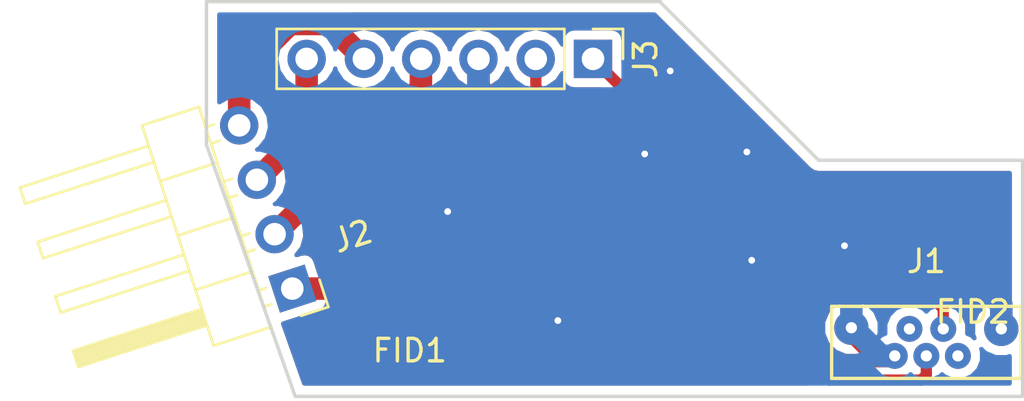
<source format=kicad_pcb>
(kicad_pcb (version 20171130) (host pcbnew 5.0.0-fee4fd1~66~ubuntu16.04.1)

  (general
    (thickness 1.6)
    (drawings 7)
    (tracks 36)
    (zones 0)
    (modules 12)
    (nets 7)
  )

  (page A4)
  (layers
    (0 F.Cu signal)
    (31 B.Cu signal)
    (32 B.Adhes user)
    (33 F.Adhes user)
    (34 B.Paste user)
    (35 F.Paste user)
    (36 B.SilkS user hide)
    (37 F.SilkS user hide)
    (38 B.Mask user hide)
    (39 F.Mask user hide)
    (40 Dwgs.User user hide)
    (41 Cmts.User user hide)
    (42 Eco1.User user hide)
    (43 Eco2.User user hide)
    (44 Edge.Cuts user)
    (45 Margin user hide)
    (46 B.CrtYd user hide)
    (47 F.CrtYd user hide)
    (48 B.Fab user hide)
    (49 F.Fab user hide)
  )

  (setup
    (last_trace_width 1)
    (user_trace_width 0.2)
    (user_trace_width 0.3)
    (user_trace_width 0.4)
    (trace_clearance 0.2)
    (zone_clearance 0.4)
    (zone_45_only no)
    (trace_min 0.2)
    (segment_width 0.2)
    (edge_width 0.15)
    (via_size 0.6)
    (via_drill 0.4)
    (via_min_size 0.4)
    (via_min_drill 0.3)
    (uvia_size 0.3)
    (uvia_drill 0.1)
    (uvias_allowed no)
    (uvia_min_size 0.2)
    (uvia_min_drill 0.1)
    (pcb_text_width 0.3)
    (pcb_text_size 1.5 1.5)
    (mod_edge_width 0.15)
    (mod_text_size 1 1)
    (mod_text_width 0.15)
    (pad_size 0.6 0.6)
    (pad_drill 0.3)
    (pad_to_mask_clearance 0.2)
    (aux_axis_origin 0 0)
    (visible_elements FFFC8001)
    (pcbplotparams
      (layerselection 0x010f0_80000001)
      (usegerberextensions true)
      (usegerberattributes false)
      (usegerberadvancedattributes false)
      (creategerberjobfile false)
      (excludeedgelayer true)
      (linewidth 0.100000)
      (plotframeref false)
      (viasonmask false)
      (mode 1)
      (useauxorigin false)
      (hpglpennumber 1)
      (hpglpenspeed 20)
      (hpglpendiameter 15.000000)
      (psnegative false)
      (psa4output false)
      (plotreference true)
      (plotvalue true)
      (plotinvisibletext false)
      (padsonsilk false)
      (subtractmaskfromsilk false)
      (outputformat 1)
      (mirror false)
      (drillshape 0)
      (scaleselection 1)
      (outputdirectory "Plots"))
  )

  (net 0 "")
  (net 1 "Net-(J1-Pad2)")
  (net 2 "Net-(J1-Pad3)")
  (net 3 GND)
  (net 4 SYS_3.3V)
  (net 5 SCK)
  (net 6 SDA)

  (net_class Default "This is the default net class."
    (clearance 0.2)
    (trace_width 1)
    (via_dia 0.6)
    (via_drill 0.4)
    (uvia_dia 0.3)
    (uvia_drill 0.1)
    (add_net GND)
    (add_net "Net-(J1-Pad2)")
    (add_net "Net-(J1-Pad3)")
    (add_net SCK)
    (add_net SDA)
    (add_net SYS_3.3V)
  )

  (module WiRoc:VIA-0.6mm (layer F.Cu) (tedit 5AEF5363) (tstamp 5B3D4A29)
    (at 125.44044 75.1205)
    (fp_text reference REF** (at 0 1.35) (layer F.SilkS) hide
      (effects (font (size 1 1) (thickness 0.15)))
    )
    (fp_text value VIA-0.6mm (at -0.05 -1.4) (layer F.Fab) hide
      (effects (font (size 1 1) (thickness 0.15)))
    )
    (pad 1 thru_hole circle (at 0 0) (size 0.6 0.6) (drill 0.3) (layers *.Cu)
      (net 3 GND) (zone_connect 2))
  )

  (module WiRoc:VIA-0.6mm (layer F.Cu) (tedit 5AEF5363) (tstamp 5B3D4A25)
    (at 120.55348 70.27926)
    (fp_text reference REF** (at 0 1.35) (layer F.SilkS) hide
      (effects (font (size 1 1) (thickness 0.15)))
    )
    (fp_text value VIA-0.6mm (at -0.05 -1.4) (layer F.Fab) hide
      (effects (font (size 1 1) (thickness 0.15)))
    )
    (pad 1 thru_hole circle (at 0 0) (size 0.6 0.6) (drill 0.3) (layers *.Cu)
      (net 3 GND) (zone_connect 2))
  )

  (module WiRoc:VIA-0.6mm (layer F.Cu) (tedit 5AEF5363) (tstamp 5B3D4A1C)
    (at 134.03834 72.44334)
    (fp_text reference REF** (at 0 1.35) (layer F.SilkS) hide
      (effects (font (size 1 1) (thickness 0.15)))
    )
    (fp_text value VIA-0.6mm (at -0.05 -1.4) (layer F.Fab) hide
      (effects (font (size 1 1) (thickness 0.15)))
    )
    (pad 1 thru_hole circle (at 0 0) (size 0.6 0.6) (drill 0.3) (layers *.Cu)
      (net 3 GND) (zone_connect 2))
  )

  (module WiRoc:VIA-0.6mm (layer F.Cu) (tedit 5AEF5363) (tstamp 5B3D4A18)
    (at 129.29362 67.72148)
    (fp_text reference REF** (at 0 1.35) (layer F.SilkS) hide
      (effects (font (size 1 1) (thickness 0.15)))
    )
    (fp_text value VIA-0.6mm (at -0.05 -1.4) (layer F.Fab) hide
      (effects (font (size 1 1) (thickness 0.15)))
    )
    (pad 1 thru_hole circle (at 0 0) (size 0.6 0.6) (drill 0.3) (layers *.Cu)
      (net 3 GND) (zone_connect 2))
  )

  (module WiRoc:VIA-0.6mm (layer F.Cu) (tedit 5AEF536C) (tstamp 5AEF552E)
    (at 138.15314 71.79818)
    (fp_text reference REF** (at 0 1.35) (layer F.SilkS) hide
      (effects (font (size 1 1) (thickness 0.15)))
    )
    (fp_text value VIA-0.6mm (at -0.05 -1.4) (layer F.Fab) hide
      (effects (font (size 1 1) (thickness 0.15)))
    )
    (pad 1 thru_hole circle (at 0 0) (size 0.6 0.6) (drill 0.3) (layers *.Cu)
      (net 3 GND) (zone_connect 2))
  )

  (module WiRoc:VIA-0.6mm (layer F.Cu) (tedit 5AEF534D) (tstamp 5AEF552A)
    (at 133.82244 67.63258)
    (fp_text reference REF** (at 0 1.35) (layer F.SilkS) hide
      (effects (font (size 1 1) (thickness 0.15)))
    )
    (fp_text value VIA-0.6mm (at -0.05 -1.4) (layer F.Fab) hide
      (effects (font (size 1 1) (thickness 0.15)))
    )
    (pad 1 thru_hole circle (at 0 0) (size 0.6 0.6) (drill 0.3) (layers *.Cu)
      (net 3 GND) (zone_connect 2))
  )

  (module WiRoc:Fiducial (layer F.Cu) (tedit 5AD38C52) (tstamp 5AEF0E30)
    (at 143.84782 72.19696)
    (path /5AEEF890)
    (fp_text reference FID2 (at 0 2.54) (layer F.SilkS)
      (effects (font (size 1 1) (thickness 0.15)))
    )
    (fp_text value FIDUCIAL (at 5.842 0) (layer F.Fab)
      (effects (font (size 1 1) (thickness 0.15)))
    )
    (pad 1 smd circle (at 0 0) (size 1 1) (layers F.Cu F.Mask)
      (solder_mask_margin 0.5) (clearance 0.5))
  )

  (module Pin_Headers:Pin_Header_Angled_1x04_Pitch2.54mm (layer F.Cu) (tedit 59650532) (tstamp 5AEF0E8B)
    (at 113.663 73.7 198)
    (descr "Through hole angled pin header, 1x04, 2.54mm pitch, 6mm pin length, single row")
    (tags "Through hole angled pin header THT 1x04 2.54mm single row")
    (path /5AEF051C)
    (fp_text reference J2 (at -3.257143 1.387391 198) (layer F.SilkS)
      (effects (font (size 1 1) (thickness 0.15)))
    )
    (fp_text value Conn_01x04 (at -6.802178 -0.031532 198) (layer F.Fab)
      (effects (font (size 1 1) (thickness 0.15)))
    )
    (fp_line (start 2.135 -1.27) (end 4.04 -1.27) (layer F.Fab) (width 0.1))
    (fp_line (start 4.04 -1.27) (end 4.04 8.89) (layer F.Fab) (width 0.1))
    (fp_line (start 4.04 8.89) (end 1.5 8.89) (layer F.Fab) (width 0.1))
    (fp_line (start 1.5 8.89) (end 1.5 -0.635) (layer F.Fab) (width 0.1))
    (fp_line (start 1.5 -0.635) (end 2.135 -1.27) (layer F.Fab) (width 0.1))
    (fp_line (start -0.32 -0.32) (end 1.5 -0.32) (layer F.Fab) (width 0.1))
    (fp_line (start -0.32 -0.32) (end -0.32 0.32) (layer F.Fab) (width 0.1))
    (fp_line (start -0.32 0.32) (end 1.5 0.32) (layer F.Fab) (width 0.1))
    (fp_line (start 4.04 -0.32) (end 10.04 -0.32) (layer F.Fab) (width 0.1))
    (fp_line (start 10.04 -0.32) (end 10.04 0.32) (layer F.Fab) (width 0.1))
    (fp_line (start 4.04 0.32) (end 10.04 0.32) (layer F.Fab) (width 0.1))
    (fp_line (start -0.32 2.22) (end 1.5 2.22) (layer F.Fab) (width 0.1))
    (fp_line (start -0.32 2.22) (end -0.32 2.86) (layer F.Fab) (width 0.1))
    (fp_line (start -0.32 2.86) (end 1.5 2.86) (layer F.Fab) (width 0.1))
    (fp_line (start 4.04 2.22) (end 10.04 2.22) (layer F.Fab) (width 0.1))
    (fp_line (start 10.04 2.22) (end 10.04 2.86) (layer F.Fab) (width 0.1))
    (fp_line (start 4.04 2.86) (end 10.04 2.86) (layer F.Fab) (width 0.1))
    (fp_line (start -0.32 4.76) (end 1.5 4.76) (layer F.Fab) (width 0.1))
    (fp_line (start -0.32 4.76) (end -0.32 5.4) (layer F.Fab) (width 0.1))
    (fp_line (start -0.32 5.4) (end 1.5 5.4) (layer F.Fab) (width 0.1))
    (fp_line (start 4.04 4.76) (end 10.04 4.76) (layer F.Fab) (width 0.1))
    (fp_line (start 10.04 4.76) (end 10.04 5.4) (layer F.Fab) (width 0.1))
    (fp_line (start 4.04 5.4) (end 10.04 5.4) (layer F.Fab) (width 0.1))
    (fp_line (start -0.32 7.3) (end 1.5 7.3) (layer F.Fab) (width 0.1))
    (fp_line (start -0.32 7.3) (end -0.32 7.94) (layer F.Fab) (width 0.1))
    (fp_line (start -0.32 7.94) (end 1.5 7.94) (layer F.Fab) (width 0.1))
    (fp_line (start 4.04 7.3) (end 10.04 7.3) (layer F.Fab) (width 0.1))
    (fp_line (start 10.04 7.3) (end 10.04 7.94) (layer F.Fab) (width 0.1))
    (fp_line (start 4.04 7.94) (end 10.04 7.94) (layer F.Fab) (width 0.1))
    (fp_line (start 1.44 -1.33) (end 1.44 8.95) (layer F.SilkS) (width 0.12))
    (fp_line (start 1.44 8.95) (end 4.1 8.95) (layer F.SilkS) (width 0.12))
    (fp_line (start 4.1 8.95) (end 4.1 -1.33) (layer F.SilkS) (width 0.12))
    (fp_line (start 4.1 -1.33) (end 1.44 -1.33) (layer F.SilkS) (width 0.12))
    (fp_line (start 4.1 -0.38) (end 10.1 -0.38) (layer F.SilkS) (width 0.12))
    (fp_line (start 10.1 -0.38) (end 10.1 0.38) (layer F.SilkS) (width 0.12))
    (fp_line (start 10.1 0.38) (end 4.1 0.38) (layer F.SilkS) (width 0.12))
    (fp_line (start 4.1 -0.32) (end 10.1 -0.32) (layer F.SilkS) (width 0.12))
    (fp_line (start 4.1 -0.2) (end 10.1 -0.2) (layer F.SilkS) (width 0.12))
    (fp_line (start 4.1 -0.08) (end 10.1 -0.08) (layer F.SilkS) (width 0.12))
    (fp_line (start 4.1 0.04) (end 10.1 0.04) (layer F.SilkS) (width 0.12))
    (fp_line (start 4.1 0.16) (end 10.1 0.16) (layer F.SilkS) (width 0.12))
    (fp_line (start 4.1 0.28) (end 10.1 0.28) (layer F.SilkS) (width 0.12))
    (fp_line (start 1.11 -0.38) (end 1.44 -0.38) (layer F.SilkS) (width 0.12))
    (fp_line (start 1.11 0.38) (end 1.44 0.38) (layer F.SilkS) (width 0.12))
    (fp_line (start 1.44 1.27) (end 4.1 1.27) (layer F.SilkS) (width 0.12))
    (fp_line (start 4.1 2.16) (end 10.1 2.16) (layer F.SilkS) (width 0.12))
    (fp_line (start 10.1 2.16) (end 10.1 2.92) (layer F.SilkS) (width 0.12))
    (fp_line (start 10.1 2.92) (end 4.1 2.92) (layer F.SilkS) (width 0.12))
    (fp_line (start 1.042929 2.16) (end 1.44 2.16) (layer F.SilkS) (width 0.12))
    (fp_line (start 1.042929 2.92) (end 1.44 2.92) (layer F.SilkS) (width 0.12))
    (fp_line (start 1.44 3.81) (end 4.1 3.81) (layer F.SilkS) (width 0.12))
    (fp_line (start 4.1 4.7) (end 10.1 4.7) (layer F.SilkS) (width 0.12))
    (fp_line (start 10.1 4.7) (end 10.1 5.46) (layer F.SilkS) (width 0.12))
    (fp_line (start 10.1 5.46) (end 4.1 5.46) (layer F.SilkS) (width 0.12))
    (fp_line (start 1.042929 4.7) (end 1.44 4.7) (layer F.SilkS) (width 0.12))
    (fp_line (start 1.042929 5.46) (end 1.44 5.46) (layer F.SilkS) (width 0.12))
    (fp_line (start 1.44 6.35) (end 4.1 6.35) (layer F.SilkS) (width 0.12))
    (fp_line (start 4.1 7.24) (end 10.1 7.24) (layer F.SilkS) (width 0.12))
    (fp_line (start 10.1 7.24) (end 10.1 8) (layer F.SilkS) (width 0.12))
    (fp_line (start 10.1 8) (end 4.1 8) (layer F.SilkS) (width 0.12))
    (fp_line (start 1.042929 7.24) (end 1.44 7.24) (layer F.SilkS) (width 0.12))
    (fp_line (start 1.042929 8) (end 1.44 8) (layer F.SilkS) (width 0.12))
    (fp_line (start -1.27 0) (end -1.27 -1.27) (layer F.SilkS) (width 0.12))
    (fp_line (start -1.27 -1.27) (end 0 -1.27) (layer F.SilkS) (width 0.12))
    (fp_line (start -1.8 -1.8) (end -1.8 9.4) (layer F.CrtYd) (width 0.05))
    (fp_line (start -1.8 9.4) (end 10.55 9.4) (layer F.CrtYd) (width 0.05))
    (fp_line (start 10.55 9.4) (end 10.55 -1.8) (layer F.CrtYd) (width 0.05))
    (fp_line (start 10.55 -1.8) (end -1.8 -1.8) (layer F.CrtYd) (width 0.05))
    (fp_text user %R (at 2.77 3.81 288) (layer F.Fab)
      (effects (font (size 1 1) (thickness 0.15)))
    )
    (pad 1 thru_hole rect (at 0 0 198) (size 1.7 1.7) (drill 1) (layers *.Cu *.Mask)
      (net 3 GND))
    (pad 2 thru_hole oval (at 0 2.54 198) (size 1.7 1.7) (drill 1) (layers *.Cu *.Mask)
      (net 4 SYS_3.3V))
    (pad 3 thru_hole oval (at 0 5.08 198) (size 1.7 1.7) (drill 1) (layers *.Cu *.Mask)
      (net 5 SCK))
    (pad 4 thru_hole oval (at -0.000001 7.62 198) (size 1.7 1.7) (drill 1) (layers *.Cu *.Mask)
      (net 6 SDA))
    (model ${KISYS3DMOD}/Pin_Headers.3dshapes/Pin_Header_Angled_1x04_Pitch2.54mm.wrl
      (at (xyz 0 0 0))
      (scale (xyz 1 1 1))
      (rotate (xyz 0 0 0))
    )
  )

  (module Socket_Strips:Socket_Strip_Straight_1x06_Pitch2.54mm (layer F.Cu) (tedit 58CD5446) (tstamp 5AEF0EA4)
    (at 127 63.5 270)
    (descr "Through hole straight socket strip, 1x06, 2.54mm pitch, single row")
    (tags "Through hole socket strip THT 1x06 2.54mm single row")
    (path /5AEF0126)
    (fp_text reference J3 (at 0 -2.33 270) (layer F.SilkS)
      (effects (font (size 1 1) (thickness 0.15)))
    )
    (fp_text value Conn_01x06 (at 3.048 2.032) (layer F.Fab)
      (effects (font (size 1 1) (thickness 0.15)))
    )
    (fp_line (start -1.27 -1.27) (end -1.27 13.97) (layer F.Fab) (width 0.1))
    (fp_line (start -1.27 13.97) (end 1.27 13.97) (layer F.Fab) (width 0.1))
    (fp_line (start 1.27 13.97) (end 1.27 -1.27) (layer F.Fab) (width 0.1))
    (fp_line (start 1.27 -1.27) (end -1.27 -1.27) (layer F.Fab) (width 0.1))
    (fp_line (start -1.33 1.27) (end -1.33 14.03) (layer F.SilkS) (width 0.12))
    (fp_line (start -1.33 14.03) (end 1.33 14.03) (layer F.SilkS) (width 0.12))
    (fp_line (start 1.33 14.03) (end 1.33 1.27) (layer F.SilkS) (width 0.12))
    (fp_line (start 1.33 1.27) (end -1.33 1.27) (layer F.SilkS) (width 0.12))
    (fp_line (start -1.33 0) (end -1.33 -1.33) (layer F.SilkS) (width 0.12))
    (fp_line (start -1.33 -1.33) (end 0 -1.33) (layer F.SilkS) (width 0.12))
    (fp_line (start -1.8 -1.8) (end -1.8 14.5) (layer F.CrtYd) (width 0.05))
    (fp_line (start -1.8 14.5) (end 1.8 14.5) (layer F.CrtYd) (width 0.05))
    (fp_line (start 1.8 14.5) (end 1.8 -1.8) (layer F.CrtYd) (width 0.05))
    (fp_line (start 1.8 -1.8) (end -1.8 -1.8) (layer F.CrtYd) (width 0.05))
    (fp_text user %R (at 0 -2.33 270) (layer F.Fab)
      (effects (font (size 1 1) (thickness 0.15)))
    )
    (pad 1 thru_hole rect (at 0 0 270) (size 1.7 1.7) (drill 1) (layers *.Cu *.Mask)
      (net 1 "Net-(J1-Pad2)"))
    (pad 2 thru_hole oval (at 0 2.54 270) (size 1.7 1.7) (drill 1) (layers *.Cu *.Mask)
      (net 2 "Net-(J1-Pad3)"))
    (pad 3 thru_hole oval (at 0 5.08 270) (size 1.7 1.7) (drill 1) (layers *.Cu *.Mask)
      (net 3 GND))
    (pad 4 thru_hole oval (at 0 7.62 270) (size 1.7 1.7) (drill 1) (layers *.Cu *.Mask)
      (net 4 SYS_3.3V))
    (pad 5 thru_hole oval (at 0 10.16 270) (size 1.7 1.7) (drill 1) (layers *.Cu *.Mask)
      (net 6 SDA))
    (pad 6 thru_hole oval (at 0 12.7 270) (size 1.7 1.7) (drill 1) (layers *.Cu *.Mask)
      (net 5 SCK))
    (model ${KISYS3DMOD}/Socket_Strips.3dshapes/Socket_Strip_Straight_1x06_Pitch2.54mm.wrl
      (offset (xyz 0 -6.349999904632568 0))
      (scale (xyz 1 1 1))
      (rotate (xyz 0 0 270))
    )
  )

  (module WiRoc:VIA-0.6mm (layer F.Cu) (tedit 5AEF5363) (tstamp 5AEF5528)
    (at 130.42392 64.03594)
    (fp_text reference REF** (at 0 1.35) (layer F.SilkS) hide
      (effects (font (size 1 1) (thickness 0.15)))
    )
    (fp_text value VIA-0.6mm (at -0.05 -1.4) (layer F.Fab) hide
      (effects (font (size 1 1) (thickness 0.15)))
    )
    (pad 1 thru_hole circle (at 0 0) (size 0.6 0.6) (drill 0.3) (layers *.Cu)
      (net 3 GND) (zone_connect 2))
  )

  (module WiRoc:Fiducial (layer F.Cu) (tedit 5AD38C52) (tstamp 5AEF58A5)
    (at 115.57 76.454)
    (path /5AEEF7D5)
    (fp_text reference FID1 (at 3.302 0) (layer F.SilkS)
      (effects (font (size 1 1) (thickness 0.15)))
    )
    (fp_text value FIDUCIAL (at 0 3.302) (layer F.Fab)
      (effects (font (size 1 1) (thickness 0.15)))
    )
    (pad 1 smd circle (at 0 0) (size 1 1) (layers F.Cu F.Mask)
      (solder_mask_margin 0.5) (clearance 0.5))
  )

  (module WiRoc:micro-usb-super-short (layer F.Cu) (tedit 5B3D4B34) (tstamp 5B3D4901)
    (at 141.7835 75.4888 180)
    (path /5B3DFD56)
    (fp_text reference J1 (at 0 3 180) (layer F.SilkS)
      (effects (font (size 1 1) (thickness 0.15)))
    )
    (fp_text value USB_OTG (at 0 -3.3 180) (layer F.Fab)
      (effects (font (size 1 1) (thickness 0.15)))
    )
    (fp_line (start -4.2 -2.2) (end -4.2 1) (layer F.SilkS) (width 0.15))
    (fp_line (start 4.2 -2.2) (end -4.2 -2.2) (layer F.SilkS) (width 0.15))
    (fp_line (start 4.2 1) (end 4.2 -2.2) (layer F.SilkS) (width 0.15))
    (fp_line (start -4.2 1) (end 4.2 1) (layer F.SilkS) (width 0.15))
    (pad 6 thru_hole circle (at -3.325 0 180) (size 1.524 1.524) (drill 0.5) (layers *.Cu *.Mask)
      (net 3 GND))
    (pad 6 thru_hole circle (at 3.325 0.05 180) (size 1.524 1.524) (drill 0.5) (layers *.Cu *.Mask)
      (net 3 GND))
    (pad 5 thru_hole circle (at 1.4 -1.2 180) (size 1.15 1.15) (drill 0.5) (layers *.Cu *.Mask)
      (net 3 GND))
    (pad 3 thru_hole circle (at 0 -1.2 180) (size 1.15 1.15) (drill 0.5) (layers *.Cu *.Mask)
      (net 2 "Net-(J1-Pad3)"))
    (pad 1 thru_hole circle (at -1.4 -1.2 180) (size 1.15 1.15) (drill 0.5) (layers *.Cu *.Mask))
    (pad 4 thru_hole circle (at 0.75 0 180) (size 1.15 1.15) (drill 0.5) (layers *.Cu *.Mask))
    (pad 2 thru_hole circle (at -0.75 0 180) (size 1.15 1.15) (drill 0.5) (layers *.Cu *.Mask)
      (net 1 "Net-(J1-Pad2)"))
  )

  (gr_line (start 137 68) (end 130 61) (layer Edge.Cuts) (width 0.15))
  (gr_line (start 146 68) (end 137 68) (layer Edge.Cuts) (width 0.15))
  (gr_line (start 113.792 78.486) (end 109.855 67.31) (layer Edge.Cuts) (width 0.15))
  (gr_line (start 146.05 78.486) (end 113.8 78.486) (layer Edge.Cuts) (width 0.15))
  (gr_line (start 146.05 68) (end 146.05 78.486) (layer Edge.Cuts) (width 0.15))
  (gr_line (start 109.855 60.96) (end 130 60.96) (layer Edge.Cuts) (width 0.15))
  (gr_line (start 109.855 67.31) (end 109.855 60.96) (layer Edge.Cuts) (width 0.15))

  (segment (start 127 63.5) (end 137.00252 73.50252) (width 0.5) (layer F.Cu) (net 1))
  (segment (start 142.5335 74.5885) (end 142.5335 75.4888) (width 0.5) (layer F.Cu) (net 1))
  (segment (start 137.00252 73.50252) (end 141.44752 73.50252) (width 0.5) (layer F.Cu) (net 1))
  (segment (start 141.44752 73.50252) (end 142.5335 74.5885) (width 0.5) (layer F.Cu) (net 1))
  (segment (start 141.7835 76.6888) (end 141.7835 77.537328) (width 0.5) (layer F.Cu) (net 2))
  (segment (start 141.7835 77.537328) (end 141.558728 77.7621) (width 0.5) (layer F.Cu) (net 2))
  (segment (start 141.558728 77.7621) (end 137.45464 77.7621) (width 0.5) (layer F.Cu) (net 2))
  (segment (start 124.46508 63.50508) (end 124.46 63.5) (width 0.5) (layer F.Cu) (net 2))
  (segment (start 137.45464 77.7621) (end 124.46508 64.77254) (width 0.5) (layer F.Cu) (net 2))
  (segment (start 124.46508 64.77254) (end 124.46508 63.50508) (width 0.5) (layer F.Cu) (net 2))
  (segment (start 138.4585 75.4388) (end 138.4585 72.10354) (width 1) (layer B.Cu) (net 3))
  (segment (start 138.4585 72.10354) (end 138.15314 71.79818) (width 1) (layer B.Cu) (net 3))
  (segment (start 145.1085 75.4888) (end 145.1085 74.41117) (width 1) (layer B.Cu) (net 3))
  (segment (start 145.1085 74.41117) (end 144.53616 73.83883) (width 1) (layer B.Cu) (net 3))
  (segment (start 121.92 63.5) (end 121.92 65.43802) (width 1) (layer B.Cu) (net 3))
  (segment (start 121.92 63.5) (end 121.92 64.702081) (width 1) (layer F.Cu) (net 3))
  (segment (start 121.92 64.702081) (end 121.96064 64.742721) (width 1) (layer F.Cu) (net 3))
  (segment (start 113.663 73.7) (end 115.45634 73.7) (width 1) (layer F.Cu) (net 3))
  (segment (start 138.4585 75.4388) (end 138.4585 75.5046) (width 1) (layer F.Cu) (net 3))
  (segment (start 140.377 76.6953) (end 140.3835 76.6888) (width 1) (layer F.Cu) (net 3))
  (segment (start 138.4585 75.5046) (end 139.6492 76.6953) (width 1) (layer F.Cu) (net 3))
  (segment (start 139.6492 76.6953) (end 140.377 76.6953) (width 1) (layer F.Cu) (net 3))
  (segment (start 145.1085 75.4888) (end 145.1085 74.41117) (width 1) (layer F.Cu) (net 3))
  (segment (start 138.4808 75.39736) (end 139.77112 76.68768) (width 1) (layer B.Cu) (net 3))
  (segment (start 139.77112 76.68768) (end 140.29436 76.68768) (width 1) (layer B.Cu) (net 3))
  (segment (start 119.38 63.5) (end 119.3673 63.5127) (width 1) (layer F.Cu) (net 4))
  (segment (start 119.3673 63.5127) (end 119.3673 64.795113) (width 1) (layer F.Cu) (net 4))
  (segment (start 119.3673 64.795113) (end 113.728096 70.434317) (width 1) (layer F.Cu) (net 4))
  (segment (start 113.728096 70.434317) (end 112.878097 71.284316) (width 1) (layer F.Cu) (net 4))
  (segment (start 114.3 63.5) (end 114.3 66.661827) (width 1) (layer F.Cu) (net 5))
  (segment (start 114.3 66.661827) (end 112.093194 68.868633) (width 1) (layer F.Cu) (net 5))
  (segment (start 111.308291 66.452949) (end 111.308291 64.197707) (width 1) (layer F.Cu) (net 6))
  (segment (start 111.308291 64.197707) (end 113.555999 61.949999) (width 1) (layer F.Cu) (net 6))
  (segment (start 113.555999 61.949999) (end 115.289999 61.949999) (width 1) (layer F.Cu) (net 6))
  (segment (start 115.289999 61.949999) (end 115.990001 62.650001) (width 1) (layer F.Cu) (net 6))
  (segment (start 115.990001 62.650001) (end 116.84 63.5) (width 1) (layer F.Cu) (net 6))

  (zone (net 3) (net_name GND) (layer F.Cu) (tstamp 0) (hatch edge 0.508)
    (connect_pads no (clearance 0.4))
    (min_thickness 0.2)
    (fill yes (arc_segments 16) (thermal_gap 0.4) (thermal_bridge_width 0.508))
    (polygon
      (pts
        (xy 109.728 60.96) (xy 146.05 60.96) (xy 146.05 78.486) (xy 113.792 78.486) (xy 109.728 67.31)
      )
    )
    (filled_polygon
      (pts
        (xy 123.212763 64.043071) (xy 123.505406 64.481042) (xy 123.71508 64.621142) (xy 123.71508 64.77254) (xy 123.77217 65.059553)
        (xy 123.93475 65.30287) (xy 136.54288 77.911) (xy 114.199078 77.911) (xy 113.762558 76.671844) (xy 114.46981 76.671844)
        (xy 114.636922 77.076286) (xy 114.946087 77.385991) (xy 115.350237 77.553808) (xy 115.787844 77.55419) (xy 116.192286 77.387078)
        (xy 116.501991 77.077913) (xy 116.669808 76.673763) (xy 116.67019 76.236156) (xy 116.503078 75.831714) (xy 116.193913 75.522009)
        (xy 115.789763 75.354192) (xy 115.352156 75.35381) (xy 114.947714 75.520922) (xy 114.638009 75.830087) (xy 114.470192 76.234237)
        (xy 114.46981 76.671844) (xy 113.762558 76.671844) (xy 113.26419 75.257125) (xy 113.274801 75.255906) (xy 114.891597 74.730578)
        (xy 115.057043 74.640163) (xy 115.185052 74.483429) (xy 115.241997 74.289242) (xy 115.218906 74.088199) (xy 114.693578 72.471403)
        (xy 114.603163 72.305957) (xy 114.446429 72.177948) (xy 114.252242 72.121003) (xy 114.051199 72.144094) (xy 113.854702 72.20794)
        (xy 114.106109 71.889031) (xy 114.249089 71.382065) (xy 114.243318 71.333309) (xy 120.074407 65.50222) (xy 120.29118 65.177797)
        (xy 120.3673 64.795113) (xy 120.3673 64.432094) (xy 120.627237 64.043071) (xy 120.65 63.928634) (xy 120.672763 64.043071)
        (xy 120.965406 64.481042) (xy 121.403377 64.773685) (xy 121.92 64.876448) (xy 122.436623 64.773685) (xy 122.874594 64.481042)
        (xy 123.167237 64.043071) (xy 123.19 63.928634)
      )
    )
    (filled_polygon
      (pts
        (xy 125.640205 64.35) (xy 125.675069 64.535289) (xy 125.784575 64.705465) (xy 125.951661 64.81963) (xy 126.15 64.859795)
        (xy 127.299135 64.859795) (xy 136.47219 74.03285) (xy 136.715507 74.19543) (xy 137.00252 74.25252) (xy 138.024788 74.25252)
        (xy 137.744568 74.368305) (xy 137.389252 74.723001) (xy 137.19672 75.186671) (xy 137.196281 75.688726) (xy 137.388005 76.152732)
        (xy 137.742701 76.508048) (xy 138.206371 76.70058) (xy 138.708426 76.701019) (xy 139.172432 76.509295) (xy 139.380143 76.301946)
        (xy 139.308687 76.474031) (xy 139.308314 76.901693) (xy 139.353933 77.0121) (xy 137.7653 77.0121) (xy 125.306481 64.553281)
        (xy 125.414594 64.481042) (xy 125.640205 64.143391)
      )
    )
    (filled_polygon
      (pts
        (xy 136.593414 68.406586) (xy 136.779957 68.531231) (xy 137 68.575) (xy 145.475 68.575) (xy 145.475 74.274511)
        (xy 145.360629 74.22702) (xy 144.858574 74.226581) (xy 144.394568 74.418305) (xy 144.039252 74.773001) (xy 143.84672 75.236671)
        (xy 143.846281 75.738726) (xy 143.911427 75.896391) (xy 143.793233 75.777991) (xy 143.608315 75.701206) (xy 143.608686 75.275907)
        (xy 143.445372 74.880657) (xy 143.2835 74.718503) (xy 143.2835 74.5885) (xy 143.22641 74.301487) (xy 143.06383 74.05817)
        (xy 141.97785 72.97219) (xy 141.734533 72.80961) (xy 141.44752 72.75252) (xy 137.31318 72.75252) (xy 136.975464 72.414804)
        (xy 142.74763 72.414804) (xy 142.914742 72.819246) (xy 143.223907 73.128951) (xy 143.628057 73.296768) (xy 144.065664 73.29715)
        (xy 144.470106 73.130038) (xy 144.779811 72.820873) (xy 144.947628 72.416723) (xy 144.94801 71.979116) (xy 144.780898 71.574674)
        (xy 144.471733 71.264969) (xy 144.067583 71.097152) (xy 143.629976 71.09677) (xy 143.225534 71.263882) (xy 142.915829 71.573047)
        (xy 142.748012 71.977197) (xy 142.74763 72.414804) (xy 136.975464 72.414804) (xy 128.359795 63.799135) (xy 128.359795 62.65)
        (xy 128.324931 62.464711) (xy 128.215425 62.294535) (xy 128.048339 62.18037) (xy 127.85 62.140205) (xy 126.15 62.140205)
        (xy 125.964711 62.175069) (xy 125.794535 62.284575) (xy 125.68037 62.451661) (xy 125.640205 62.65) (xy 125.640205 62.856609)
        (xy 125.414594 62.518958) (xy 124.976623 62.226315) (xy 124.46 62.123552) (xy 123.943377 62.226315) (xy 123.505406 62.518958)
        (xy 123.212763 62.956929) (xy 123.19 63.071366) (xy 123.167237 62.956929) (xy 122.874594 62.518958) (xy 122.436623 62.226315)
        (xy 121.92 62.123552) (xy 121.403377 62.226315) (xy 120.965406 62.518958) (xy 120.672763 62.956929) (xy 120.65 63.071366)
        (xy 120.627237 62.956929) (xy 120.334594 62.518958) (xy 119.896623 62.226315) (xy 119.38 62.123552) (xy 118.863377 62.226315)
        (xy 118.425406 62.518958) (xy 118.132763 62.956929) (xy 118.11 63.071366) (xy 118.087237 62.956929) (xy 117.794594 62.518958)
        (xy 117.356623 62.226315) (xy 116.887143 62.132929) (xy 116.289214 61.535) (xy 129.721828 61.535)
      )
    )
  )
  (zone (net 3) (net_name GND) (layer B.Cu) (tstamp 0) (hatch edge 0.508)
    (connect_pads no (clearance 0.4))
    (min_thickness 0.2)
    (fill yes (arc_segments 16) (thermal_gap 0.3) (thermal_bridge_width 0.508))
    (polygon
      (pts
        (xy 109.728 60.96) (xy 146.05 60.96) (xy 146.05 78.486) (xy 113.792 78.486) (xy 109.728 67.31)
      )
    )
    (filled_polygon
      (pts
        (xy 136.593414 68.406586) (xy 136.779957 68.531231) (xy 137 68.575) (xy 145.475 68.575) (xy 145.475 74.274511)
        (xy 145.360629 74.22702) (xy 144.858574 74.226581) (xy 144.394568 74.418305) (xy 144.039252 74.773001) (xy 143.84672 75.236671)
        (xy 143.846281 75.738726) (xy 143.911427 75.896391) (xy 143.793233 75.777991) (xy 143.608315 75.701206) (xy 143.608686 75.275907)
        (xy 143.445372 74.880657) (xy 143.143233 74.577991) (xy 142.748269 74.413987) (xy 142.320607 74.413614) (xy 141.925357 74.576928)
        (xy 141.783518 74.71852) (xy 141.643233 74.577991) (xy 141.248269 74.413987) (xy 140.820607 74.413614) (xy 140.425357 74.576928)
        (xy 140.122691 74.879067) (xy 139.958687 75.274031) (xy 139.958314 75.701332) (xy 139.775357 75.776928) (xy 139.620295 75.93172)
        (xy 139.72028 75.690929) (xy 139.720719 75.188874) (xy 139.528995 74.724868) (xy 139.174299 74.369552) (xy 138.710629 74.17702)
        (xy 138.208574 74.176581) (xy 137.744568 74.368305) (xy 137.389252 74.723001) (xy 137.19672 75.186671) (xy 137.196281 75.688726)
        (xy 137.388005 76.152732) (xy 137.742701 76.508048) (xy 138.206371 76.70058) (xy 138.708426 76.701019) (xy 139.172432 76.509295)
        (xy 139.380143 76.301946) (xy 139.308687 76.474031) (xy 139.308314 76.901693) (xy 139.471628 77.296943) (xy 139.773767 77.599609)
        (xy 140.168731 77.763613) (xy 140.596393 77.763986) (xy 140.991643 77.600672) (xy 141.083395 77.50908) (xy 141.173767 77.599609)
        (xy 141.568731 77.763613) (xy 141.996393 77.763986) (xy 142.391643 77.600672) (xy 142.483395 77.50908) (xy 142.573767 77.599609)
        (xy 142.968731 77.763613) (xy 143.396393 77.763986) (xy 143.791643 77.600672) (xy 144.094309 77.298533) (xy 144.258313 76.903569)
        (xy 144.258686 76.475907) (xy 144.22195 76.386998) (xy 144.392701 76.558048) (xy 144.856371 76.75058) (xy 145.358426 76.751019)
        (xy 145.475 76.702851) (xy 145.475 77.911) (xy 114.199078 77.911) (xy 113.26419 75.257125) (xy 113.274801 75.255906)
        (xy 114.891597 74.730578) (xy 115.057043 74.640163) (xy 115.185052 74.483429) (xy 115.241997 74.289242) (xy 115.218906 74.088199)
        (xy 114.693578 72.471403) (xy 114.603163 72.305957) (xy 114.446429 72.177948) (xy 114.252242 72.121003) (xy 114.051199 72.144094)
        (xy 113.854702 72.20794) (xy 114.106109 71.889031) (xy 114.249089 71.382065) (xy 114.187178 70.858971) (xy 113.9298 70.399389)
        (xy 113.516139 70.073285) (xy 113.009173 69.930305) (xy 112.893304 69.944019) (xy 112.995102 69.887009) (xy 113.321206 69.473348)
        (xy 113.464186 68.966382) (xy 113.402275 68.443288) (xy 113.144897 67.983706) (xy 112.731236 67.657602) (xy 112.22427 67.514622)
        (xy 112.108398 67.528336) (xy 112.210199 67.471325) (xy 112.536303 67.057664) (xy 112.679283 66.550698) (xy 112.617372 66.027604)
        (xy 112.359994 65.568022) (xy 111.946333 65.241918) (xy 111.439367 65.098938) (xy 110.916273 65.160849) (xy 110.865965 65.177195)
        (xy 110.43 65.421347) (xy 110.43 63.473552) (xy 112.95 63.473552) (xy 112.95 63.526448) (xy 113.052763 64.043071)
        (xy 113.345406 64.481042) (xy 113.783377 64.773685) (xy 114.3 64.876448) (xy 114.816623 64.773685) (xy 115.254594 64.481042)
        (xy 115.547237 64.043071) (xy 115.57 63.928634) (xy 115.592763 64.043071) (xy 115.885406 64.481042) (xy 116.323377 64.773685)
        (xy 116.84 64.876448) (xy 117.356623 64.773685) (xy 117.794594 64.481042) (xy 118.087237 64.043071) (xy 118.11 63.928634)
        (xy 118.132763 64.043071) (xy 118.425406 64.481042) (xy 118.863377 64.773685) (xy 119.38 64.876448) (xy 119.896623 64.773685)
        (xy 120.334594 64.481042) (xy 120.627237 64.043071) (xy 120.65 63.928634) (xy 120.672763 64.043071) (xy 120.965406 64.481042)
        (xy 121.403377 64.773685) (xy 121.92 64.876448) (xy 122.436623 64.773685) (xy 122.874594 64.481042) (xy 123.167237 64.043071)
        (xy 123.19 63.928634) (xy 123.212763 64.043071) (xy 123.505406 64.481042) (xy 123.943377 64.773685) (xy 124.46 64.876448)
        (xy 124.976623 64.773685) (xy 125.414594 64.481042) (xy 125.640205 64.143391) (xy 125.640205 64.35) (xy 125.675069 64.535289)
        (xy 125.784575 64.705465) (xy 125.951661 64.81963) (xy 126.15 64.859795) (xy 127.85 64.859795) (xy 128.035289 64.824931)
        (xy 128.205465 64.715425) (xy 128.31963 64.548339) (xy 128.359795 64.35) (xy 128.359795 62.65) (xy 128.324931 62.464711)
        (xy 128.215425 62.294535) (xy 128.048339 62.18037) (xy 127.85 62.140205) (xy 126.15 62.140205) (xy 125.964711 62.175069)
        (xy 125.794535 62.284575) (xy 125.68037 62.451661) (xy 125.640205 62.65) (xy 125.640205 62.856609) (xy 125.414594 62.518958)
        (xy 124.976623 62.226315) (xy 124.46 62.123552) (xy 123.943377 62.226315) (xy 123.505406 62.518958) (xy 123.212763 62.956929)
        (xy 123.19 63.071366) (xy 123.167237 62.956929) (xy 122.874594 62.518958) (xy 122.436623 62.226315) (xy 121.92 62.123552)
        (xy 121.403377 62.226315) (xy 120.965406 62.518958) (xy 120.672763 62.956929) (xy 120.65 63.071366) (xy 120.627237 62.956929)
        (xy 120.334594 62.518958) (xy 119.896623 62.226315) (xy 119.38 62.123552) (xy 118.863377 62.226315) (xy 118.425406 62.518958)
        (xy 118.132763 62.956929) (xy 118.11 63.071366) (xy 118.087237 62.956929) (xy 117.794594 62.518958) (xy 117.356623 62.226315)
        (xy 116.84 62.123552) (xy 116.323377 62.226315) (xy 115.885406 62.518958) (xy 115.592763 62.956929) (xy 115.57 63.071366)
        (xy 115.547237 62.956929) (xy 115.254594 62.518958) (xy 114.816623 62.226315) (xy 114.3 62.123552) (xy 113.783377 62.226315)
        (xy 113.345406 62.518958) (xy 113.052763 62.956929) (xy 112.95 63.473552) (xy 110.43 63.473552) (xy 110.43 61.535)
        (xy 129.721828 61.535)
      )
    )
  )
)

</source>
